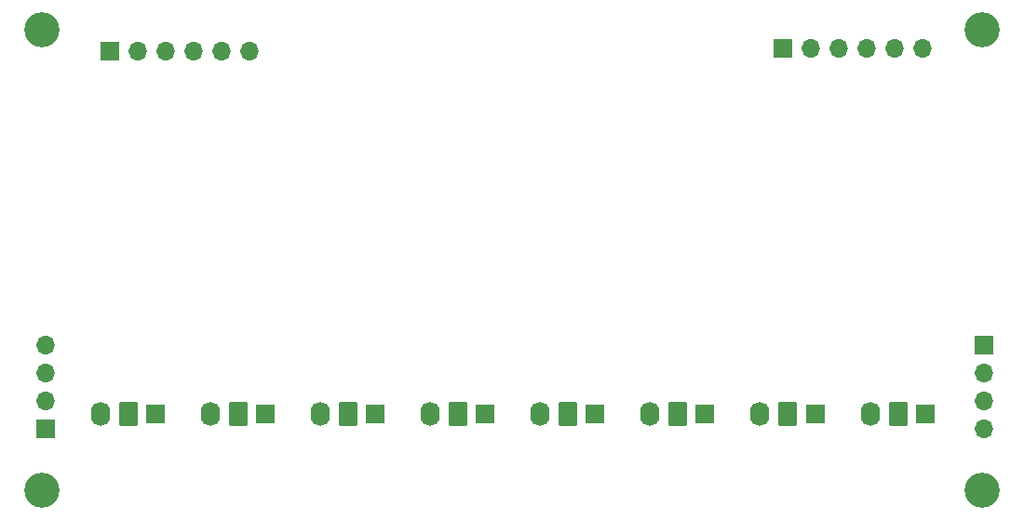
<source format=gbs>
G04 #@! TF.GenerationSoftware,KiCad,Pcbnew,7.0.1*
G04 #@! TF.CreationDate,2025-03-09T11:20:59-05:00*
G04 #@! TF.ProjectId,Shift Register Mosfet Array V3,53686966-7420-4526-9567-697374657220,rev?*
G04 #@! TF.SameCoordinates,Original*
G04 #@! TF.FileFunction,Soldermask,Bot*
G04 #@! TF.FilePolarity,Negative*
%FSLAX46Y46*%
G04 Gerber Fmt 4.6, Leading zero omitted, Abs format (unit mm)*
G04 Created by KiCad (PCBNEW 7.0.1) date 2025-03-09 11:20:59*
%MOMM*%
%LPD*%
G01*
G04 APERTURE LIST*
G04 Aperture macros list*
%AMRoundRect*
0 Rectangle with rounded corners*
0 $1 Rounding radius*
0 $2 $3 $4 $5 $6 $7 $8 $9 X,Y pos of 4 corners*
0 Add a 4 corners polygon primitive as box body*
4,1,4,$2,$3,$4,$5,$6,$7,$8,$9,$2,$3,0*
0 Add four circle primitives for the rounded corners*
1,1,$1+$1,$2,$3*
1,1,$1+$1,$4,$5*
1,1,$1+$1,$6,$7*
1,1,$1+$1,$8,$9*
0 Add four rect primitives between the rounded corners*
20,1,$1+$1,$2,$3,$4,$5,0*
20,1,$1+$1,$4,$5,$6,$7,0*
20,1,$1+$1,$6,$7,$8,$9,0*
20,1,$1+$1,$8,$9,$2,$3,0*%
G04 Aperture macros list end*
%ADD10C,3.200000*%
%ADD11R,1.700000X1.700000*%
%ADD12O,1.700000X1.700000*%
%ADD13RoundRect,0.250000X0.620000X0.845000X-0.620000X0.845000X-0.620000X-0.845000X0.620000X-0.845000X0*%
%ADD14O,1.740000X2.190000*%
G04 APERTURE END LIST*
D10*
X68500000Y-94996000D03*
D11*
X135890000Y-96690000D03*
D12*
X138430000Y-96690000D03*
X140970000Y-96690000D03*
X143510000Y-96690000D03*
X146050000Y-96690000D03*
X148590000Y-96690000D03*
X87376000Y-96944000D03*
X84836000Y-96944000D03*
X82296000Y-96944000D03*
X79756000Y-96944000D03*
X77216000Y-96944000D03*
D11*
X74676000Y-96944000D03*
D10*
X154000000Y-94996000D03*
D13*
X136332000Y-129968000D03*
D14*
X133792000Y-129968000D03*
D11*
X138792000Y-129968000D03*
X118792000Y-129968000D03*
D13*
X116332000Y-129968000D03*
D14*
X113792000Y-129968000D03*
D11*
X108792000Y-129968000D03*
D13*
X106332000Y-129968000D03*
D14*
X103792000Y-129968000D03*
D11*
X128792000Y-129968000D03*
D13*
X126332000Y-129968000D03*
D14*
X123792000Y-129968000D03*
D13*
X86332000Y-129968000D03*
D14*
X83792000Y-129968000D03*
D11*
X88792000Y-129968000D03*
X98792000Y-129968000D03*
D13*
X96332000Y-129968000D03*
D14*
X93792000Y-129968000D03*
D11*
X78792000Y-129968000D03*
D14*
X73792000Y-129968000D03*
D13*
X76332000Y-129968000D03*
X146332000Y-129968000D03*
D14*
X143792000Y-129968000D03*
D11*
X148792000Y-129968000D03*
D10*
X68484000Y-136906000D03*
X153984000Y-136906000D03*
D11*
X68834000Y-131318000D03*
D12*
X68834000Y-128778000D03*
X68834000Y-126238000D03*
X68834000Y-123698000D03*
D11*
X154178000Y-123698000D03*
D12*
X154178000Y-126238000D03*
X154178000Y-128778000D03*
X154178000Y-131318000D03*
M02*

</source>
